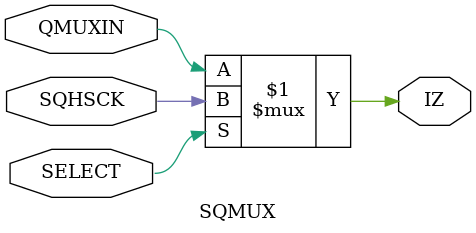
<source format=v>

`timescale 1ns/10ps

module SQMUX(QMUXIN, SQHSCK, SELECT, IZ);
    
    (* CLOCK, NO_COMB=0 *) 
    input wire QMUXIN;
    
    (* CLOCK, NO_COMB=0 *) 
    input wire SQHSCK;
    input wire SELECT;
        
    //(* DELAY_CONST_QMUXIN="{iopath_QMUXIN_IZ}" *)
    //(* DELAY_CONST_SQHSCK="{iopath_SQHSCK_IZ}" *)
    (* DELAY_CONST_QMUXIN="1e-10" *)
    (* DELAY_CONST_SQHSCK="1e-10" *)
    (* DELAY_CONST_SELECT="1e-10" *)  // No timing for the select pin
    (* clkbuf_driver *)
    output wire IZ;

    //wire QMUXIN_int, SQHSCK_int, SELECT_int;

    //buf QMUXIN_buf (QMUXIN_int, QMUXIN) ;
    //buf SQHSCK_buf (SQHSCK_int, SQHSCK) ;
    //buf SELECT_buf (SELECT_int, SELECT) ;

    specify
            //if (SELECT == 1'b0)
                    (QMUXIN => IZ) = (0,0);
            //if (SELECT == 1'b1)
                    (SQHSCK => IZ) = (0,0);
       //(SELECT => IZ) = (0,0);
    endspecify
    
    assign IZ = SELECT ?  SQHSCK : QMUXIN;

endmodule

</source>
